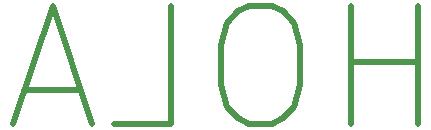
<source format=gbr>
%TF.GenerationSoftware,KiCad,Pcbnew,(5.1.10)-1*%
%TF.CreationDate,2022-01-25T20:11:50-05:00*%
%TF.ProjectId,ISP_Arduino,4953505f-4172-4647-9569-6e6f2e6b6963,rev?*%
%TF.SameCoordinates,Original*%
%TF.FileFunction,Legend,Bot*%
%TF.FilePolarity,Positive*%
%FSLAX46Y46*%
G04 Gerber Fmt 4.6, Leading zero omitted, Abs format (unit mm)*
G04 Created by KiCad (PCBNEW (5.1.10)-1) date 2022-01-25 20:11:50*
%MOMM*%
%LPD*%
G01*
G04 APERTURE LIST*
%ADD10C,0.500000*%
G04 APERTURE END LIST*
D10*
X156578571Y-93973809D02*
X156578571Y-83973809D01*
X156578571Y-88735714D02*
X150864285Y-88735714D01*
X150864285Y-93973809D02*
X150864285Y-83973809D01*
X144197619Y-83973809D02*
X142292857Y-83973809D01*
X141340476Y-84450000D01*
X140388095Y-85402380D01*
X139911904Y-87307142D01*
X139911904Y-90640476D01*
X140388095Y-92545238D01*
X141340476Y-93497619D01*
X142292857Y-93973809D01*
X144197619Y-93973809D01*
X145150000Y-93497619D01*
X146102380Y-92545238D01*
X146578571Y-90640476D01*
X146578571Y-87307142D01*
X146102380Y-85402380D01*
X145150000Y-84450000D01*
X144197619Y-83973809D01*
X130864285Y-93973809D02*
X135626190Y-93973809D01*
X135626190Y-83973809D01*
X128007142Y-91116666D02*
X123245238Y-91116666D01*
X128959523Y-93973809D02*
X125626190Y-83973809D01*
X122292857Y-93973809D01*
M02*

</source>
